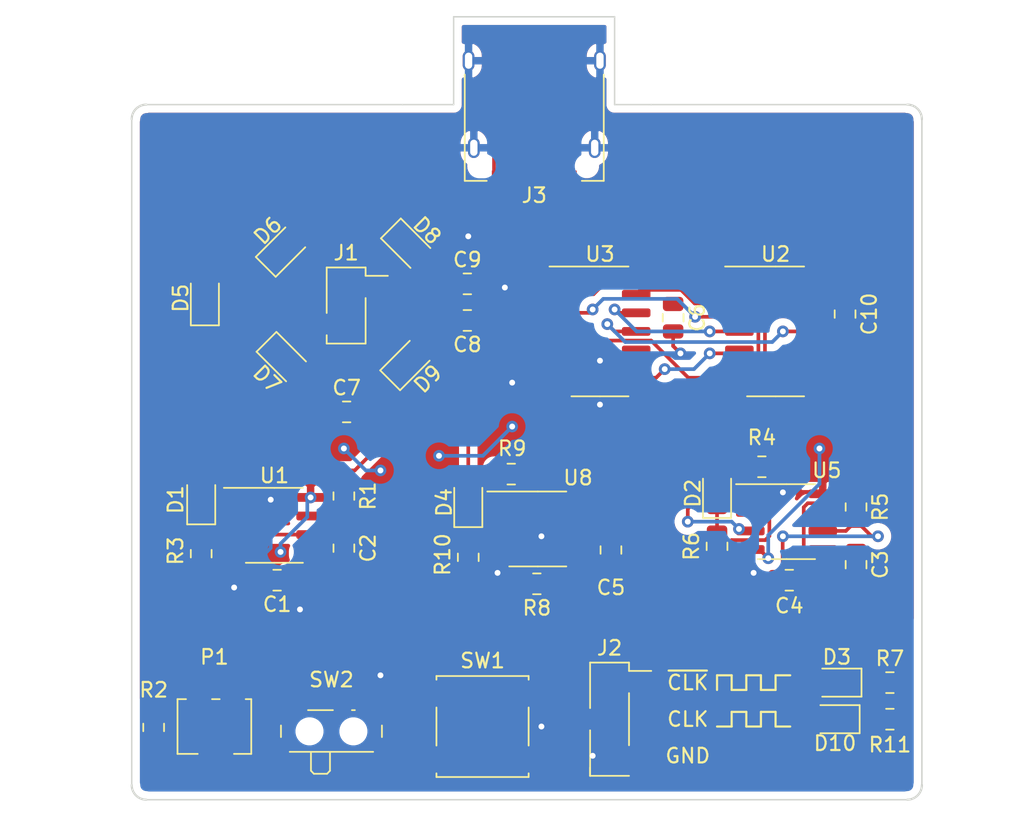
<source format=kicad_pcb>
(kicad_pcb (version 20171130) (host pcbnew "(5.1.5)-3")
  (layers (0 F.Cu signal) (31 B.Cu signal) (34 B.Paste user) (35 F.Paste user) (36 B.SilkS user) (37 F.SilkS user) (38 B.Mask user) (39 F.Mask user) (44 Edge.Cuts user))
  (net 0 "")
  (net 1 GND)
  (net 2 "Net-(C1-Pad1)")
  (net 3 "Net-(C2-Pad1)")
  (net 4 "Net-(C3-Pad1)")
  (net 5 "Net-(C4-Pad1)")
  (net 6 "Net-(C5-Pad1)")
  (net 7 VCC)
  (net 8 "Net-(D1-Pad2)")
  (net 9 "Net-(D1-Pad1)")
  (net 10 "Net-(D2-Pad2)")
  (net 11 "Net-(D2-Pad1)")
  (net 12 CLK)
  (net 13 "Net-(D3-Pad1)")
  (net 14 "Net-(D4-Pad2)")
  (net 15 "Net-(D4-Pad1)")
  (net 16 "Net-(D5-Pad2)")
  (net 17 PowerSupply+)
  (net 18 PowerSupply-)
  (net 19 ~CLK)
  (net 20 "Net-(J3-PadB8)")
  (net 21 "Net-(J3-PadB7)")
  (net 22 "Net-(J3-PadB6)")
  (net 23 "Net-(J3-PadB5)")
  (net 24 "Net-(J3-PadA8)")
  (net 25 "Net-(J3-PadA7)")
  (net 26 "Net-(J3-PadA6)")
  (net 27 "Net-(J3-PadA5)")
  (net 28 "Net-(P1-Pad3)")
  (net 29 "Net-(P1-Pad2)")
  (net 30 "Net-(R1-Pad2)")
  (net 31 "Net-(R4-Pad2)")
  (net 32 "Net-(R8-Pad2)")
  (net 33 "Net-(U2-Pad11)")
  (net 34 "Net-(U2-Pad8)")
  (net 35 "Net-(U2-Pad6)")
  (net 36 "Net-(U2-Pad5)")
  (net 37 "Net-(U2-Pad4)")
  (net 38 "Net-(U2-Pad3)")
  (net 39 "Net-(U2-Pad2)")
  (net 40 "Net-(U3-Pad8)")
  (net 41 "Net-(U8-Pad7)")
  (net 42 "Net-(D10-Pad1)")
  (module Resistor_SMD:R_0805_2012Metric (layer F.Cu) (at 165.8125 117.5)
    (fp_text reference R11 (at 0 1.75) (layer F.SilkS))
    (fp_text value 220)
    (pad 2 smd roundrect (at 0.9375 0) (size 0.975 1.4) (layers F.Cu F.Paste F.Mask) (net 1 GND))
    (pad 1 smd roundrect (at -0.9375 0) (size 0.975 1.4) (layers F.Cu F.Paste F.Mask) (net 42 "Net-(D10-Pad1)"))
  )
  (module LED_SMD:LED_0805_2012Metric (layer F.Cu) (at 162.0625 117.5 180)
    (fp_text reference D10 (at 0 -1.65) (layer F.SilkS))
    (fp_text value LED)
    (pad 2 smd roundrect (at 0.9375 0 180) (size 0.975 1.4) (layers F.Cu F.Paste F.Mask) (net 19 ~CLK))
    (pad 1 smd roundrect (at -0.9375 0 180) (size 0.975 1.4) (layers F.Cu F.Paste F.Mask) (net 42 "Net-(D10-Pad1)"))
  )
  (module Package_SO:SOIC-8_3.9x4.9mm_P1.27mm (layer F.Cu) (at 141.75 104.5)
    (fp_text reference U8 (at 2.75 -3.5) (layer F.SilkS))
    (fp_text value ICM7555)
    (pad 1 smd roundrect (at -2.475 -1.905) (size 1.95 0.6) (layers F.Cu F.Paste F.Mask) (net 1 GND))
    (pad 2 smd roundrect (at -2.475 -0.635) (size 1.95 0.6) (layers F.Cu F.Paste F.Mask) (net 32 "Net-(R8-Pad2)"))
    (pad 3 smd roundrect (at -2.475 0.635) (size 1.95 0.6) (layers F.Cu F.Paste F.Mask) (net 14 "Net-(D4-Pad2)"))
    (pad 4 smd roundrect (at -2.475 1.905) (size 1.95 0.6) (layers F.Cu F.Paste F.Mask) (net 1 GND))
    (pad 5 smd roundrect (at 2.475 1.905) (size 1.95 0.6) (layers F.Cu F.Paste F.Mask) (net 6 "Net-(C5-Pad1)"))
    (pad 6 smd roundrect (at 2.475 0.635) (size 1.95 0.6) (layers F.Cu F.Paste F.Mask) (net 1 GND))
    (pad 7 smd roundrect (at 2.475 -0.635) (size 1.95 0.6) (layers F.Cu F.Paste F.Mask) (net 41 "Net-(U8-Pad7)"))
    (pad 8 smd roundrect (at 2.475 -1.905) (size 1.95 0.6) (layers F.Cu F.Paste F.Mask) (net 7 VCC))
  )
  (module Package_SO:SOIC-8_3.9x4.9mm_P1.27mm (layer F.Cu) (at 158.75 104)
    (fp_text reference U5 (at 2.75 -3.5) (layer F.SilkS))
    (fp_text value ICM7555)
    (pad 1 smd roundrect (at -2.475 -1.905) (size 1.95 0.6) (layers F.Cu F.Paste F.Mask) (net 1 GND))
    (pad 2 smd roundrect (at -2.475 -0.635) (size 1.95 0.6) (layers F.Cu F.Paste F.Mask) (net 31 "Net-(R4-Pad2)"))
    (pad 3 smd roundrect (at -2.475 0.635) (size 1.95 0.6) (layers F.Cu F.Paste F.Mask) (net 10 "Net-(D2-Pad2)"))
    (pad 4 smd roundrect (at -2.475 1.905) (size 1.95 0.6) (layers F.Cu F.Paste F.Mask) (net 7 VCC))
    (pad 5 smd roundrect (at 2.475 1.905) (size 1.95 0.6) (layers F.Cu F.Paste F.Mask) (net 4 "Net-(C3-Pad1)"))
    (pad 6 smd roundrect (at 2.475 0.635) (size 1.95 0.6) (layers F.Cu F.Paste F.Mask) (net 5 "Net-(C4-Pad1)"))
    (pad 7 smd roundrect (at 2.475 -0.635) (size 1.95 0.6) (layers F.Cu F.Paste F.Mask) (net 5 "Net-(C4-Pad1)"))
    (pad 8 smd roundrect (at 2.475 -1.905) (size 1.95 0.6) (layers F.Cu F.Paste F.Mask) (net 7 VCC))
  )
  (module Package_SO:SOIC-8_3.9x4.9mm_P1.27mm (layer F.Cu) (at 123.75 104.25)
    (fp_text reference U1 (at 0 -3.4) (layer F.SilkS))
    (fp_text value ICM7555)
    (pad 8 smd roundrect (at 2.475 -1.905) (size 1.95 0.6) (layers F.Cu F.Paste F.Mask) (net 7 VCC))
    (pad 7 smd roundrect (at 2.475 -0.635) (size 1.95 0.6) (layers F.Cu F.Paste F.Mask) (net 30 "Net-(R1-Pad2)"))
    (pad 6 smd roundrect (at 2.475 0.635) (size 1.95 0.6) (layers F.Cu F.Paste F.Mask) (net 3 "Net-(C2-Pad1)"))
    (pad 5 smd roundrect (at 2.475 1.905) (size 1.95 0.6) (layers F.Cu F.Paste F.Mask) (net 2 "Net-(C1-Pad1)"))
    (pad 4 smd roundrect (at -2.475 1.905) (size 1.95 0.6) (layers F.Cu F.Paste F.Mask) (net 7 VCC))
    (pad 3 smd roundrect (at -2.475 0.635) (size 1.95 0.6) (layers F.Cu F.Paste F.Mask) (net 8 "Net-(D1-Pad2)"))
    (pad 2 smd roundrect (at -2.475 -0.635) (size 1.95 0.6) (layers F.Cu F.Paste F.Mask) (net 3 "Net-(C2-Pad1)"))
    (pad 1 smd roundrect (at -2.475 -1.905) (size 1.95 0.6) (layers F.Cu F.Paste F.Mask) (net 1 GND))
  )
  (module Package_SO:SOIC-14_3.9x8.7mm_P1.27mm (layer F.Cu) (at 146 91)
    (fp_text reference U3 (at 0 -5.28) (layer F.SilkS))
    (fp_text value 74LS08-Full)
    (pad 14 smd roundrect (at 2.475 -3.81) (size 1.95 0.6) (layers F.Cu F.Paste F.Mask) (net 7 VCC))
    (pad 13 smd roundrect (at 2.475 -2.54) (size 1.95 0.6) (layers F.Cu F.Paste F.Mask) (net 35 "Net-(U2-Pad6)"))
    (pad 12 smd roundrect (at 2.475 -1.27) (size 1.95 0.6) (layers F.Cu F.Paste F.Mask) (net 37 "Net-(U2-Pad4)"))
    (pad 11 smd roundrect (at 2.475 0) (size 1.95 0.6) (layers F.Cu F.Paste F.Mask) (net 33 "Net-(U2-Pad11)"))
    (pad 10 smd roundrect (at 2.475 1.27) (size 1.95 0.6) (layers F.Cu F.Paste F.Mask) (net 1 GND))
    (pad 9 smd roundrect (at 2.475 2.54) (size 1.95 0.6) (layers F.Cu F.Paste F.Mask) (net 1 GND))
    (pad 8 smd roundrect (at 2.475 3.81) (size 1.95 0.6) (layers F.Cu F.Paste F.Mask) (net 40 "Net-(U3-Pad8)"))
    (pad 7 smd roundrect (at -2.475 3.81) (size 1.95 0.6) (layers F.Cu F.Paste F.Mask) (net 1 GND))
    (pad 6 smd roundrect (at -2.475 2.54) (size 1.95 0.6) (layers F.Cu F.Paste F.Mask) (net 36 "Net-(U2-Pad5)"))
    (pad 5 smd roundrect (at -2.475 1.27) (size 1.95 0.6) (layers F.Cu F.Paste F.Mask) (net 10 "Net-(D2-Pad2)"))
    (pad 4 smd roundrect (at -2.475 0) (size 1.95 0.6) (layers F.Cu F.Paste F.Mask) (net 39 "Net-(U2-Pad2)"))
    (pad 3 smd roundrect (at -2.475 -1.27) (size 1.95 0.6) (layers F.Cu F.Paste F.Mask) (net 38 "Net-(U2-Pad3)"))
    (pad 2 smd roundrect (at -2.475 -2.54) (size 1.95 0.6) (layers F.Cu F.Paste F.Mask) (net 14 "Net-(D4-Pad2)"))
    (pad 1 smd roundrect (at -2.475 -3.81) (size 1.95 0.6) (layers F.Cu F.Paste F.Mask) (net 8 "Net-(D1-Pad2)"))
  )
  (module Package_SO:SOIC-14_3.9x8.7mm_P1.27mm (layer F.Cu) (at 158 91)
    (fp_text reference U2 (at 0 -5.28) (layer F.SilkS))
    (fp_text value 74LS04-Full)
    (pad 14 smd roundrect (at 2.475 -3.81) (size 1.95 0.6) (layers F.Cu F.Paste F.Mask) (net 7 VCC))
    (pad 13 smd roundrect (at 2.475 -2.54) (size 1.95 0.6) (layers F.Cu F.Paste F.Mask) (net 12 CLK))
    (pad 12 smd roundrect (at 2.475 -1.27) (size 1.95 0.6) (layers F.Cu F.Paste F.Mask) (net 19 ~CLK))
    (pad 11 smd roundrect (at 2.475 0) (size 1.95 0.6) (layers F.Cu F.Paste F.Mask) (net 33 "Net-(U2-Pad11)"))
    (pad 10 smd roundrect (at 2.475 1.27) (size 1.95 0.6) (layers F.Cu F.Paste F.Mask) (net 12 CLK))
    (pad 9 smd roundrect (at 2.475 2.54) (size 1.95 0.6) (layers F.Cu F.Paste F.Mask) (net 1 GND))
    (pad 8 smd roundrect (at 2.475 3.81) (size 1.95 0.6) (layers F.Cu F.Paste F.Mask) (net 34 "Net-(U2-Pad8)"))
    (pad 7 smd roundrect (at -2.475 3.81) (size 1.95 0.6) (layers F.Cu F.Paste F.Mask) (net 1 GND))
    (pad 6 smd roundrect (at -2.475 2.54) (size 1.95 0.6) (layers F.Cu F.Paste F.Mask) (net 35 "Net-(U2-Pad6)"))
    (pad 5 smd roundrect (at -2.475 1.27) (size 1.95 0.6) (layers F.Cu F.Paste F.Mask) (net 36 "Net-(U2-Pad5)"))
    (pad 4 smd roundrect (at -2.475 0) (size 1.95 0.6) (layers F.Cu F.Paste F.Mask) (net 37 "Net-(U2-Pad4)"))
    (pad 3 smd roundrect (at -2.475 -1.27) (size 1.95 0.6) (layers F.Cu F.Paste F.Mask) (net 38 "Net-(U2-Pad3)"))
    (pad 2 smd roundrect (at -2.475 -2.54) (size 1.95 0.6) (layers F.Cu F.Paste F.Mask) (net 39 "Net-(U2-Pad2)"))
    (pad 1 smd roundrect (at -2.475 -3.81) (size 1.95 0.6) (layers F.Cu F.Paste F.Mask) (net 14 "Net-(D4-Pad2)"))
  )
  (module Button_Switch_SMD:SW_SPDT_PCM12 (layer F.Cu) (at 127.65 118)
    (fp_text reference SW2 (at 0 -3.2) (layer F.SilkS))
    (fp_text value SW_SPDT)
    (pad "" np_thru_hole circle (at -1.5 0.33) (size 0.9 0.9) (drill 0.9) (layers *.Cu *.Mask))
    (pad "" np_thru_hole circle (at 1.5 0.33) (size 0.9 0.9) (drill 0.9) (layers *.Cu *.Mask))
    (pad 1 smd rect (at -2.25 -1.43) (size 0.7 1.5) (layers F.Cu F.Paste F.Mask) (net 32 "Net-(R8-Pad2)"))
    (pad 2 smd rect (at 0.75 -1.43) (size 0.7 1.5) (layers F.Cu F.Paste F.Mask) (net 1 GND))
    (pad 3 smd rect (at 2.25 -1.43) (size 0.7 1.5) (layers F.Cu F.Paste F.Mask) (net 1 GND))
    (pad "" smd rect (at -3.65 1.43) (size 1 0.8) (layers F.Cu F.Paste F.Mask))
    (pad "" smd rect (at 3.65 1.43) (size 1 0.8) (layers F.Cu F.Paste F.Mask))
    (pad "" smd rect (at 3.65 -0.78) (size 1 0.8) (layers F.Cu F.Paste F.Mask))
    (pad "" smd rect (at -3.65 -0.78) (size 1 0.8) (layers F.Cu F.Paste F.Mask))
  )
  (module Button_Switch_SMD:SW_SPST_B3S-1000 (layer F.Cu) (at 137.975 118)
    (fp_text reference SW1 (at 0 -4.5) (layer F.SilkS))
    (fp_text value SW_Push)
    (pad 2 smd rect (at 3.975 2.25) (size 1.55 1.3) (layers F.Cu F.Paste F.Mask) (net 31 "Net-(R4-Pad2)"))
    (pad 2 smd rect (at -3.975 2.25) (size 1.55 1.3) (layers F.Cu F.Paste F.Mask) (net 31 "Net-(R4-Pad2)"))
    (pad 1 smd rect (at 3.975 -2.25) (size 1.55 1.3) (layers F.Cu F.Paste F.Mask) (net 1 GND))
    (pad 1 smd rect (at -3.975 -2.25) (size 1.55 1.3) (layers F.Cu F.Paste F.Mask) (net 1 GND))
  )
  (module Resistor_SMD:R_0805_2012Metric (layer F.Cu) (at 137 106.4375 270)
    (fp_text reference R10 (at -0.1875 1.75 90) (layer F.SilkS))
    (fp_text value 220)
    (pad 2 smd roundrect (at 0.9375 0 270) (size 0.975 1.4) (layers F.Cu F.Paste F.Mask) (net 1 GND))
    (pad 1 smd roundrect (at -0.9375 0 270) (size 0.975 1.4) (layers F.Cu F.Paste F.Mask) (net 15 "Net-(D4-Pad1)"))
  )
  (module Resistor_SMD:R_0805_2012Metric (layer F.Cu) (at 139.9375 100.75 180)
    (fp_text reference R9 (at -0.0625 1.75) (layer F.SilkS))
    (fp_text value 1K)
    (pad 2 smd roundrect (at 0.9375 0 180) (size 0.975 1.4) (layers F.Cu F.Paste F.Mask) (net 1 GND))
    (pad 1 smd roundrect (at -0.9375 0 180) (size 0.975 1.4) (layers F.Cu F.Paste F.Mask) (net 7 VCC))
  )
  (module Resistor_SMD:R_0805_2012Metric (layer F.Cu) (at 141.6875 108.25 180)
    (fp_text reference R8 (at 0 -1.65) (layer F.SilkS))
    (fp_text value 1K)
    (pad 2 smd roundrect (at 0.9375 0 180) (size 0.975 1.4) (layers F.Cu F.Paste F.Mask) (net 32 "Net-(R8-Pad2)"))
    (pad 1 smd roundrect (at -0.9375 0 180) (size 0.975 1.4) (layers F.Cu F.Paste F.Mask) (net 7 VCC))
  )
  (module Resistor_SMD:R_0805_2012Metric (layer F.Cu) (at 165.8125 115)
    (fp_text reference R7 (at 0 -1.65) (layer F.SilkS))
    (fp_text value 220)
    (pad 2 smd roundrect (at 0.9375 0) (size 0.975 1.4) (layers F.Cu F.Paste F.Mask) (net 1 GND))
    (pad 1 smd roundrect (at -0.9375 0) (size 0.975 1.4) (layers F.Cu F.Paste F.Mask) (net 13 "Net-(D3-Pad1)"))
  )
  (module Resistor_SMD:R_0805_2012Metric (layer F.Cu) (at 154 105.6875 270)
    (fp_text reference R6 (at 0 1.75 90) (layer F.SilkS))
    (fp_text value 220)
    (pad 2 smd roundrect (at 0.9375 0 270) (size 0.975 1.4) (layers F.Cu F.Paste F.Mask) (net 1 GND))
    (pad 1 smd roundrect (at -0.9375 0 270) (size 0.975 1.4) (layers F.Cu F.Paste F.Mask) (net 11 "Net-(D2-Pad1)"))
  )
  (module Resistor_SMD:R_0805_2012Metric (layer F.Cu) (at 163.5 103 270)
    (fp_text reference R5 (at 0 -1.65 90) (layer F.SilkS))
    (fp_text value 1M)
    (pad 2 smd roundrect (at 0.9375 0 270) (size 0.975 1.4) (layers F.Cu F.Paste F.Mask) (net 5 "Net-(C4-Pad1)"))
    (pad 1 smd roundrect (at -0.9375 0 270) (size 0.975 1.4) (layers F.Cu F.Paste F.Mask) (net 7 VCC))
  )
  (module Resistor_SMD:R_0805_2012Metric (layer F.Cu) (at 157.0625 100.25 180)
    (fp_text reference R4 (at 0 2) (layer F.SilkS))
    (fp_text value 1K)
    (pad 2 smd roundrect (at 0.9375 0 180) (size 0.975 1.4) (layers F.Cu F.Paste F.Mask) (net 31 "Net-(R4-Pad2)"))
    (pad 1 smd roundrect (at -0.9375 0 180) (size 0.975 1.4) (layers F.Cu F.Paste F.Mask) (net 7 VCC))
  )
  (module Resistor_SMD:R_0805_2012Metric (layer F.Cu) (at 118.75 106.1875 270)
    (fp_text reference R3 (at -0.1875 1.75 90) (layer F.SilkS))
    (fp_text value 220)
    (pad 2 smd roundrect (at 0.9375 0 270) (size 0.975 1.4) (layers F.Cu F.Paste F.Mask) (net 1 GND))
    (pad 1 smd roundrect (at -0.9375 0 270) (size 0.975 1.4) (layers F.Cu F.Paste F.Mask) (net 9 "Net-(D1-Pad1)"))
  )
  (module Resistor_SMD:R_0805_2012Metric (layer F.Cu) (at 115.5 118.0625 270)
    (fp_text reference R2 (at -2.5625 0 180) (layer F.SilkS))
    (fp_text value 1K)
    (pad 2 smd roundrect (at 0.9375 0 270) (size 0.975 1.4) (layers F.Cu F.Paste F.Mask) (net 29 "Net-(P1-Pad2)"))
    (pad 1 smd roundrect (at -0.9375 0 270) (size 0.975 1.4) (layers F.Cu F.Paste F.Mask) (net 30 "Net-(R1-Pad2)"))
  )
  (module Resistor_SMD:R_0805_2012Metric (layer F.Cu) (at 128.5 102.25 270)
    (fp_text reference R1 (at 0 -1.65 90) (layer F.SilkS))
    (fp_text value 1K)
    (pad 2 smd roundrect (at 0.9375 0 270) (size 0.975 1.4) (layers F.Cu F.Paste F.Mask) (net 30 "Net-(R1-Pad2)"))
    (pad 1 smd roundrect (at -0.9375 0 270) (size 0.975 1.4) (layers F.Cu F.Paste F.Mask) (net 7 VCC))
  )
  (module Potentiometer_SMD:Potentiometer_Bourns_3224X_Vertical (layer F.Cu) (at 119.75 118)
    (fp_text reference P1 (at -0.1 -4.75) (layer F.SilkS))
    (fp_text value 1M)
    (pad 3 smd rect (at -1.15 -2.55) (size 1.3 1.9) (layers F.Cu F.Paste F.Mask) (net 28 "Net-(P1-Pad3)"))
    (pad 2 smd rect (at 0 2.55) (size 2 1.9) (layers F.Cu F.Paste F.Mask) (net 29 "Net-(P1-Pad2)"))
    (pad 1 smd rect (at 1.15 -2.55) (size 1.3 1.9) (layers F.Cu F.Paste F.Mask) (net 3 "Net-(C2-Pad1)"))
  )
  (module Connector_USB:USB_C_Receptacle_Amphenol_12401610E4-2A (layer F.Cu) (at 141.51 75.34 180)
    (fp_text reference J3 (at 0 -6.36) (layer F.SilkS))
    (fp_text value USB_C_Receptacle_USB2.0)
    (pad S1 thru_hole oval (at -4.13 -3.11 180) (size 0.8 1.4) (drill oval 0.5 1.1) (layers *.Cu *.Mask) (net 1 GND))
    (pad A1 smd rect (at -2.75 -5.02 180) (size 0.3 0.7) (layers F.Cu F.Paste F.Mask) (net 1 GND))
    (pad A2 smd rect (at -2.25 -5.02 180) (size 0.3 0.7) (layers F.Cu F.Paste F.Mask))
    (pad A3 smd rect (at -1.75 -5.02 180) (size 0.3 0.7) (layers F.Cu F.Paste F.Mask))
    (pad A4 smd rect (at -1.25 -5.02 180) (size 0.3 0.7) (layers F.Cu F.Paste F.Mask) (net 16 "Net-(D5-Pad2)"))
    (pad A5 smd rect (at -0.75 -5.02 180) (size 0.3 0.7) (layers F.Cu F.Paste F.Mask) (net 27 "Net-(J3-PadA5)"))
    (pad A6 smd rect (at -0.25 -5.02 180) (size 0.3 0.7) (layers F.Cu F.Paste F.Mask) (net 26 "Net-(J3-PadA6)"))
    (pad A7 smd rect (at 0.25 -5.02 180) (size 0.3 0.7) (layers F.Cu F.Paste F.Mask) (net 25 "Net-(J3-PadA7)"))
    (pad A12 smd rect (at 2.75 -5.02 180) (size 0.3 0.7) (layers F.Cu F.Paste F.Mask) (net 1 GND))
    (pad A10 smd rect (at 1.75 -5.02 180) (size 0.3 0.7) (layers F.Cu F.Paste F.Mask))
    (pad A9 smd rect (at 1.25 -5.02 180) (size 0.3 0.7) (layers F.Cu F.Paste F.Mask) (net 16 "Net-(D5-Pad2)"))
    (pad A8 smd rect (at 0.75 -5.02 180) (size 0.3 0.7) (layers F.Cu F.Paste F.Mask) (net 24 "Net-(J3-PadA8)"))
    (pad A11 smd rect (at 2.25 -5.02 180) (size 0.3 0.7) (layers F.Cu F.Paste F.Mask))
    (pad B1 smd rect (at 2.5 -3.32 180) (size 0.3 0.7) (layers F.Cu F.Paste F.Mask) (net 1 GND))
    (pad S1 thru_hole oval (at 4.13 -3.11 180) (size 0.8 1.4) (drill oval 0.5 1.1) (layers *.Cu *.Mask) (net 1 GND))
    (pad S1 thru_hole oval (at 4.49 2.84 180) (size 0.8 1.4) (drill oval 0.5 1.1) (layers *.Cu *.Mask) (net 1 GND))
    (pad S1 thru_hole oval (at -4.49 2.84 180) (size 0.8 1.4) (drill oval 0.5 1.1) (layers *.Cu *.Mask) (net 1 GND))
    (pad "" np_thru_hole oval (at 3.6 -4.36 180) (size 0.95 0.65) (drill oval 0.95 0.65) (layers *.Cu *.Mask))
    (pad "" np_thru_hole circle (at -3.6 -4.36 180) (size 0.65 0.65) (drill 0.65) (layers *.Cu *.Mask))
    (pad B2 smd rect (at 2 -3.32 180) (size 0.3 0.7) (layers F.Cu F.Paste F.Mask))
    (pad B3 smd rect (at 1.5 -3.32 180) (size 0.3 0.7) (layers F.Cu F.Paste F.Mask))
    (pad B4 smd rect (at 1 -3.32 180) (size 0.3 0.7) (layers F.Cu F.Paste F.Mask) (net 16 "Net-(D5-Pad2)"))
    (pad B5 smd rect (at 0.5 -3.32 180) (size 0.3 0.7) (layers F.Cu F.Paste F.Mask) (net 23 "Net-(J3-PadB5)"))
    (pad B6 smd rect (at 0 -3.32 180) (size 0.3 0.7) (layers F.Cu F.Paste F.Mask) (net 22 "Net-(J3-PadB6)"))
    (pad B7 smd rect (at -0.5 -3.32 180) (size 0.3 0.7) (layers F.Cu F.Paste F.Mask) (net 21 "Net-(J3-PadB7)"))
    (pad B8 smd rect (at -1 -3.32 180) (size 0.3 0.7) (layers F.Cu F.Paste F.Mask) (net 20 "Net-(J3-PadB8)"))
    (pad B9 smd rect (at -1.5 -3.32 180) (size 0.3 0.7) (layers F.Cu F.Paste F.Mask) (net 16 "Net-(D5-Pad2)"))
    (pad B10 smd rect (at -2 -3.32 180) (size 0.3 0.7) (layers F.Cu F.Paste F.Mask))
    (pad B11 smd rect (at -2.5 -3.32 180) (size 0.3 0.7) (layers F.Cu F.Paste F.Mask))
    (pad B12 smd rect (at -3 -3.32 180) (size 0.3 0.7) (layers F.Cu F.Paste F.Mask) (net 1 GND))
  )
  (module Connector_PinHeader_2.54mm:PinHeader_1x03_P2.54mm_Vertical_SMD_Pin1Right (layer F.Cu) (at 146.655 117.5)
    (fp_text reference J2 (at 0 -4.87) (layer F.SilkS))
    (fp_text value Conn_01x03_Male)
    (pad 3 smd rect (at 1.655 2.54) (size 2.51 1) (layers F.Cu F.Paste F.Mask) (net 1 GND))
    (pad 1 smd rect (at 1.655 -2.54) (size 2.51 1) (layers F.Cu F.Paste F.Mask) (net 19 ~CLK))
    (pad 2 smd rect (at -1.655 0) (size 2.51 1) (layers F.Cu F.Paste F.Mask) (net 12 CLK))
  )
  (module Connector_PinHeader_2.54mm:PinHeader_1x02_P2.54mm_Vertical_SMD_Pin1Right (layer F.Cu) (at 128.655 89.23)
    (fp_text reference J1 (at 0 -3.6) (layer F.SilkS))
    (fp_text value Conn_01x02_Male)
    (pad 1 smd rect (at 1.655 -1.27) (size 2.51 1) (layers F.Cu F.Paste F.Mask) (net 18 PowerSupply-))
    (pad 2 smd rect (at -1.655 1.27) (size 2.51 1) (layers F.Cu F.Paste F.Mask) (net 17 PowerSupply+))
  )
  (module Diode_SMD:D_0805_2012Metric_Pad1.15x1.40mm_HandSolder (layer F.Cu) (at 132.974784 93.025216 45)
    (fp_text reference D9 (at 0.035661 1.767767 45) (layer F.SilkS))
    (fp_text value D_Schottky)
    (pad 2 smd roundrect (at 1.025 0 45) (size 1.15 1.4) (layers F.Cu F.Paste F.Mask) (roundrect_rratio 0.217391) (net 1 GND))
    (pad 1 smd roundrect (at -1.025 0 45) (size 1.15 1.4) (layers F.Cu F.Paste F.Mask) (roundrect_rratio 0.217391) (net 18 PowerSupply-))
  )
  (module Diode_SMD:D_0805_2012Metric_Pad1.15x1.40mm_HandSolder (layer F.Cu) (at 133.025216 85.275216 315)
    (fp_text reference D8 (at 0 -1.65 135) (layer F.SilkS))
    (fp_text value D_Schottky)
    (pad 2 smd roundrect (at 1.025 0 315) (size 1.15 1.4) (layers F.Cu F.Paste F.Mask) (roundrect_rratio 0.217391) (net 1 GND))
    (pad 1 smd roundrect (at -1.025 0 315) (size 1.15 1.4) (layers F.Cu F.Paste F.Mask) (roundrect_rratio 0.217391) (net 17 PowerSupply+))
  )
  (module Diode_SMD:D_0805_2012Metric_Pad1.15x1.40mm_HandSolder (layer F.Cu) (at 124.525216 93.025216 315)
    (fp_text reference D7 (at -0.035661 1.767767 135) (layer F.SilkS))
    (fp_text value D_Schottky)
    (pad 2 smd roundrect (at 1.025 0 315) (size 1.15 1.4) (layers F.Cu F.Paste F.Mask) (roundrect_rratio 0.217391) (net 18 PowerSupply-))
    (pad 1 smd roundrect (at -1.025 0 315) (size 1.15 1.4) (layers F.Cu F.Paste F.Mask) (roundrect_rratio 0.217391) (net 7 VCC))
  )
  (module Diode_SMD:D_0805_2012Metric_Pad1.15x1.40mm_HandSolder (layer F.Cu) (at 124.474784 85.275216 45)
    (fp_text reference D6 (at 0 -1.65 45) (layer F.SilkS))
    (fp_text value D_Schottky)
    (pad 2 smd roundrect (at 1.025 0 45) (size 1.15 1.4) (layers F.Cu F.Paste F.Mask) (roundrect_rratio 0.217391) (net 17 PowerSupply+))
    (pad 1 smd roundrect (at -1.025 0 45) (size 1.15 1.4) (layers F.Cu F.Paste F.Mask) (roundrect_rratio 0.217391) (net 7 VCC))
  )
  (module Diode_SMD:D_0805_2012Metric_Pad1.15x1.40mm_HandSolder (layer F.Cu) (at 119 88.725 90)
    (fp_text reference D5 (at 0 -1.65 90) (layer F.SilkS))
    (fp_text value D_Schottky)
    (pad 2 smd roundrect (at 1.025 0 90) (size 1.15 1.4) (layers F.Cu F.Paste F.Mask) (roundrect_rratio 0.217391) (net 16 "Net-(D5-Pad2)"))
    (pad 1 smd roundrect (at -1.025 0 90) (size 1.15 1.4) (layers F.Cu F.Paste F.Mask) (roundrect_rratio 0.217391) (net 7 VCC))
  )
  (module LED_SMD:LED_0805_2012Metric (layer F.Cu) (at 137 102.6875 90)
    (fp_text reference D4 (at 0 -1.65 90) (layer F.SilkS))
    (fp_text value LED)
    (pad 2 smd roundrect (at 0.9375 0 90) (size 0.975 1.4) (layers F.Cu F.Paste F.Mask) (net 14 "Net-(D4-Pad2)"))
    (pad 1 smd roundrect (at -0.9375 0 90) (size 0.975 1.4) (layers F.Cu F.Paste F.Mask) (net 15 "Net-(D4-Pad1)"))
  )
  (module LED_SMD:LED_0805_2012Metric (layer F.Cu) (at 162.1875 115 180)
    (fp_text reference D3 (at 0 1.75) (layer F.SilkS))
    (fp_text value LED)
    (pad 2 smd roundrect (at 0.9375 0 180) (size 0.975 1.4) (layers F.Cu F.Paste F.Mask) (net 12 CLK))
    (pad 1 smd roundrect (at -0.9375 0 180) (size 0.975 1.4) (layers F.Cu F.Paste F.Mask) (net 13 "Net-(D3-Pad1)"))
  )
  (module LED_SMD:LED_0805_2012Metric (layer F.Cu) (at 154 102.0625 90)
    (fp_text reference D2 (at 0 -1.65 90) (layer F.SilkS))
    (fp_text value LED)
    (pad 2 smd roundrect (at 0.9375 0 90) (size 0.975 1.4) (layers F.Cu F.Paste F.Mask) (net 10 "Net-(D2-Pad2)"))
    (pad 1 smd roundrect (at -0.9375 0 90) (size 0.975 1.4) (layers F.Cu F.Paste F.Mask) (net 11 "Net-(D2-Pad1)"))
  )
  (module LED_SMD:LED_0805_2012Metric (layer F.Cu) (at 118.75 102.5 90)
    (fp_text reference D1 (at 0 -1.75 90) (layer F.SilkS))
    (fp_text value LED)
    (pad 2 smd roundrect (at 0.9375 0 90) (size 0.975 1.4) (layers F.Cu F.Paste F.Mask) (net 8 "Net-(D1-Pad2)"))
    (pad 1 smd roundrect (at -0.9375 0 90) (size 0.975 1.4) (layers F.Cu F.Paste F.Mask) (net 9 "Net-(D1-Pad1)"))
  )
  (module Capacitor_SMD:C_0805_2012Metric (layer F.Cu) (at 162.75 89.8125 270)
    (fp_text reference C10 (at 0 -1.65 90) (layer F.SilkS))
    (fp_text value 0.1uF)
    (pad 2 smd roundrect (at 0.9375 0 270) (size 0.975 1.4) (layers F.Cu F.Paste F.Mask) (net 1 GND))
    (pad 1 smd roundrect (at -0.9375 0 270) (size 0.975 1.4) (layers F.Cu F.Paste F.Mask) (net 7 VCC))
  )
  (module Capacitor_SMD:C_0805_2012Metric (layer F.Cu) (at 136.9375 87.75)
    (fp_text reference C9 (at 0 -1.65) (layer F.SilkS))
    (fp_text value 0.1uF)
    (pad 2 smd roundrect (at 0.9375 0) (size 0.975 1.4) (layers F.Cu F.Paste F.Mask) (net 1 GND))
    (pad 1 smd roundrect (at -0.9375 0) (size 0.975 1.4) (layers F.Cu F.Paste F.Mask) (net 7 VCC))
  )
  (module Capacitor_SMD:C_0805_2012Metric (layer F.Cu) (at 136.9375 90.25 180)
    (fp_text reference C8 (at 0 -1.65) (layer F.SilkS))
    (fp_text value 0.1uF)
    (pad 2 smd roundrect (at 0.9375 0 180) (size 0.975 1.4) (layers F.Cu F.Paste F.Mask) (net 7 VCC))
    (pad 1 smd roundrect (at -0.9375 0 180) (size 0.975 1.4) (layers F.Cu F.Paste F.Mask) (net 1 GND))
  )
  (module Capacitor_SMD:C_0805_2012Metric (layer F.Cu) (at 128.6875 96.5)
    (fp_text reference C7 (at 0 -1.65) (layer F.SilkS))
    (fp_text value 1uF)
    (pad 2 smd roundrect (at 0.9375 0) (size 0.975 1.4) (layers F.Cu F.Paste F.Mask) (net 1 GND))
    (pad 1 smd roundrect (at -0.9375 0) (size 0.975 1.4) (layers F.Cu F.Paste F.Mask) (net 7 VCC))
  )
  (module Capacitor_SMD:C_0805_2012Metric (layer F.Cu) (at 151 90.0625 270)
    (fp_text reference C6 (at 0 -1.65 90) (layer F.SilkS))
    (fp_text value 0.1uF)
    (pad 2 smd roundrect (at 0.9375 0 270) (size 0.975 1.4) (layers F.Cu F.Paste F.Mask) (net 1 GND))
    (pad 1 smd roundrect (at -0.9375 0 270) (size 0.975 1.4) (layers F.Cu F.Paste F.Mask) (net 7 VCC))
  )
  (module Capacitor_SMD:C_0805_2012Metric (layer F.Cu) (at 146.75 105.9375 90)
    (fp_text reference C5 (at -2.5625 0 180) (layer F.SilkS))
    (fp_text value 0.01uF)
    (pad 2 smd roundrect (at 0.9375 0 90) (size 0.975 1.4) (layers F.Cu F.Paste F.Mask) (net 1 GND))
    (pad 1 smd roundrect (at -0.9375 0 90) (size 0.975 1.4) (layers F.Cu F.Paste F.Mask) (net 6 "Net-(C5-Pad1)"))
  )
  (module Capacitor_SMD:C_0805_2012Metric (layer F.Cu) (at 158.9375 108)
    (fp_text reference C4 (at 0 1.75) (layer F.SilkS))
    (fp_text value 0.1uF)
    (pad 2 smd roundrect (at 0.9375 0) (size 0.975 1.4) (layers F.Cu F.Paste F.Mask) (net 1 GND))
    (pad 1 smd roundrect (at -0.9375 0) (size 0.975 1.4) (layers F.Cu F.Paste F.Mask) (net 5 "Net-(C4-Pad1)"))
  )
  (module Capacitor_SMD:C_0805_2012Metric (layer F.Cu) (at 163.5 106.9375 270)
    (fp_text reference C3 (at 0 -1.65 90) (layer F.SilkS))
    (fp_text value 0.01uF)
    (pad 2 smd roundrect (at 0.9375 0 270) (size 0.975 1.4) (layers F.Cu F.Paste F.Mask) (net 1 GND))
    (pad 1 smd roundrect (at -0.9375 0 270) (size 0.975 1.4) (layers F.Cu F.Paste F.Mask) (net 4 "Net-(C3-Pad1)"))
  )
  (module Capacitor_SMD:C_0805_2012Metric (layer F.Cu) (at 128.5 105.8125 270)
    (fp_text reference C2 (at 0 -1.65 90) (layer F.SilkS))
    (fp_text value 1uF)
    (pad 2 smd roundrect (at 0.9375 0 270) (size 0.975 1.4) (layers F.Cu F.Paste F.Mask) (net 1 GND))
    (pad 1 smd roundrect (at -0.9375 0 270) (size 0.975 1.4) (layers F.Cu F.Paste F.Mask) (net 3 "Net-(C2-Pad1)"))
  )
  (module Capacitor_SMD:C_0805_2012Metric (layer F.Cu) (at 123.9375 108 180)
    (fp_text reference C1 (at 0 -1.65) (layer F.SilkS))
    (fp_text value 0.01uF)
    (pad 2 smd roundrect (at 0.9375 0 180) (size 0.975 1.4) (layers F.Cu F.Paste F.Mask) (net 1 GND))
    (pad 1 smd roundrect (at -0.9375 0 180) (size 0.975 1.4) (layers F.Cu F.Paste F.Mask) (net 2 "Net-(C1-Pad1)"))
  )
  (gr_line (start 136 75.5) (end 132.5 75.5) (layer Edge.Cuts) (width 0.1))
  (gr_line (start 136 69.5) (end 136 75.5) (layer Edge.Cuts) (width 0.1))
  (gr_line (start 147 69.5) (end 136 69.5) (layer Edge.Cuts) (width 0.1))
  (gr_line (start 147 75.5) (end 147 69.5) (layer Edge.Cuts) (width 0.1))
  (gr_line (start 149.5 75.5) (end 147 75.5) (layer Edge.Cuts) (width 0.1))
  (gr_line (start 149.5 75.5) (end 167 75.5) (layer Edge.Cuts) (width 0.1))
  (gr_line (start 158 114.5) (end 159 114.5) (layer F.SilkS) (width 0.15))
  (gr_line (start 158 115.5) (end 158 114.5) (layer F.SilkS) (width 0.15))
  (gr_line (start 157 115.5) (end 158 115.5) (layer F.SilkS) (width 0.15))
  (gr_line (start 157 114.5) (end 157 115.5) (layer F.SilkS) (width 0.15))
  (gr_line (start 156 114.5) (end 157 114.5) (layer F.SilkS) (width 0.15))
  (gr_line (start 156 115.5) (end 156 114.5) (layer F.SilkS) (width 0.15))
  (gr_line (start 155 115.5) (end 156 115.5) (layer F.SilkS) (width 0.15))
  (gr_line (start 155 114.5) (end 155 115.5) (layer F.SilkS) (width 0.15))
  (gr_line (start 154 114.5) (end 155 114.5) (layer F.SilkS) (width 0.15))
  (gr_line (start 154 115.5) (end 154 114.5) (layer F.SilkS) (width 0.15))
  (gr_line (start 158 118) (end 159 118) (layer F.SilkS) (width 0.15))
  (gr_line (start 158 117) (end 158 118) (layer F.SilkS) (width 0.15))
  (gr_line (start 157 117) (end 158 117) (layer F.SilkS) (width 0.15))
  (gr_line (start 157 118) (end 157 117) (layer F.SilkS) (width 0.15))
  (gr_line (start 156 118) (end 157 118) (layer F.SilkS) (width 0.15))
  (gr_line (start 156 117) (end 156 118) (layer F.SilkS) (width 0.15))
  (gr_line (start 155 117) (end 156 117) (layer F.SilkS) (width 0.15))
  (gr_line (start 155 118) (end 155 117) (layer F.SilkS) (width 0.15))
  (gr_line (start 154 118) (end 155 118) (layer F.SilkS) (width 0.15))
  (gr_text GND (at 152 120) (layer F.SilkS) (effects (font (size 1 1))))
  (gr_text CLK (at 152 117.5) (layer F.SilkS) (effects (font (size 1 1))))
  (gr_text ~CLK (at 152 115) (layer F.SilkS) (effects (font (size 1 1))))
  (gr_line (start 115 75.5) (end 132.5 75.5) (layer Edge.Cuts) (width 0.1))
  (gr_line (start 114 122) (end 114 76.5) (layer Edge.Cuts) (width 0.1))
  (gr_line (start 167 123) (end 115 123) (layer Edge.Cuts) (width 0.1))
  (gr_line (start 168 76.5) (end 168 122) (layer Edge.Cuts) (width 0.1))
  (gr_arc (start 115 76.5) (end 115 75.5) (angle -90) (layer Edge.Cuts) (width 0.15))
  (gr_arc (start 167 76.5) (end 168 76.5) (angle -90) (layer Edge.Cuts) (width 0.15))
  (gr_arc (start 167 122) (end 167 123) (angle -90) (layer Edge.Cuts) (width 0.15))
  (gr_arc (start 115 122) (end 114 122) (angle -90) (layer Edge.Cuts) (width 0.15))
  (segment (start 138.8 78.45) (end 139.01 78.66) (width 0.25) (layer F.Cu) (net 1))
  (segment (start 137.38 78.45) (end 138.8 78.45) (width 0.25) (layer F.Cu) (net 1))
  (segment (start 138.76 78.91) (end 138.76 80.36) (width 0.25) (layer F.Cu) (net 1))
  (segment (start 139.01 78.66) (end 138.76 78.91) (width 0.25) (layer F.Cu) (net 1))
  (segment (start 136.125 86) (end 137.875 87.75) (width 0.25) (layer F.Cu) (net 1))
  (segment (start 133.75 86) (end 136.125 86) (width 0.25) (layer F.Cu) (net 1))
  (segment (start 137.875 88.45) (end 137.875 90.25) (width 0.25) (layer F.Cu) (net 1))
  (segment (start 137.875 87.75) (end 137.875 88.45) (width 0.25) (layer F.Cu) (net 1))
  (segment (start 135.824568 92.300432) (end 137.875 90.25) (width 0.25) (layer F.Cu) (net 1))
  (segment (start 133.699568 92.300432) (end 135.824568 92.300432) (width 0.25) (layer F.Cu) (net 1))
  (segment (start 130.1125 96.5) (end 129.625 96.5) (width 0.25) (layer F.Cu) (net 1))
  (segment (start 130.949584 96.5) (end 130.1125 96.5) (width 0.25) (layer F.Cu) (net 1))
  (segment (start 133.699568 93.750016) (end 130.949584 96.5) (width 0.25) (layer F.Cu) (net 1))
  (segment (start 133.699568 92.300432) (end 133.699568 93.750016) (width 0.25) (layer F.Cu) (net 1))
  (segment (start 122.125 107.125) (end 123 108) (width 0.25) (layer F.Cu) (net 1))
  (segment (start 118.75 107.125) (end 122.125 107.125) (width 0.25) (layer F.Cu) (net 1))
  (segment (start 128.014473 107.235527) (end 128.5 106.75) (width 0.25) (layer F.Cu) (net 1))
  (segment (start 126.22499 109.02501) (end 128.014473 107.235527) (width 0.25) (layer F.Cu) (net 1))
  (segment (start 124.02501 109.02501) (end 126.22499 109.02501) (width 0.25) (layer F.Cu) (net 1))
  (segment (start 123 108) (end 124.02501 109.02501) (width 0.25) (layer F.Cu) (net 1))
  (via (at 123.5 102.5) (size 0.8) (drill 0.4) (layers F.Cu B.Cu) (net 1))
  (segment (start 121.275 102.345) (end 123.345 102.345) (width 0.25) (layer F.Cu) (net 1))
  (segment (start 123.345 102.345) (end 123.5 102.5) (width 0.25) (layer F.Cu) (net 1))
  (via (at 121 108.5) (size 0.8) (drill 0.4) (layers F.Cu B.Cu) (net 1))
  (segment (start 123.5 102.5) (end 123.5 105.796299) (width 0.25) (layer B.Cu) (net 1))
  (segment (start 123.5 105.796299) (end 121.861826 107.434473) (width 0.25) (layer B.Cu) (net 1))
  (segment (start 121.5 108) (end 121 108.5) (width 0.25) (layer F.Cu) (net 1))
  (segment (start 123 108) (end 121.5 108) (width 0.25) (layer F.Cu) (net 1))
  (segment (start 128.4 116.57) (end 129.9 116.57) (width 0.25) (layer F.Cu) (net 1))
  (segment (start 132.975 115.75) (end 134 115.75) (width 0.25) (layer F.Cu) (net 1))
  (segment (start 130.5 116.57) (end 131.32 115.75) (width 0.25) (layer F.Cu) (net 1))
  (segment (start 131.32 115.75) (end 132.975 115.75) (width 0.25) (layer F.Cu) (net 1))
  (segment (start 129.9 116.57) (end 130.5 116.57) (width 0.25) (layer F.Cu) (net 1))
  (via (at 125.5 110) (size 0.8) (drill 0.4) (layers F.Cu B.Cu) (net 1))
  (segment (start 126.22499 109.02501) (end 126.22499 109.27501) (width 0.25) (layer F.Cu) (net 1))
  (segment (start 126.22499 109.27501) (end 125.5 110) (width 0.25) (layer F.Cu) (net 1))
  (segment (start 125.5 110) (end 130 114.5) (width 0.25) (layer B.Cu) (net 1))
  (via (at 131 114.5) (size 0.8) (drill 0.4) (layers F.Cu B.Cu) (net 1))
  (segment (start 130 114.5) (end 130 116.47) (width 0.25) (layer B.Cu) (net 1))
  (segment (start 130 116.47) (end 129.9 116.57) (width 0.25) (layer B.Cu) (net 1))
  (segment (start 132.25 115.75) (end 131 114.5) (width 0.25) (layer F.Cu) (net 1))
  (segment (start 134 115.75) (end 132.25 115.75) (width 0.25) (layer F.Cu) (net 1))
  (segment (start 134 115.75) (end 141.95 115.75) (width 0.25) (layer F.Cu) (net 1))
  (via (at 137 84.5) (size 0.8) (drill 0.4) (layers F.Cu B.Cu) (net 1))
  (segment (start 136.125 86) (end 136.125 85.375) (width 0.25) (layer F.Cu) (net 1))
  (segment (start 136.125 85.375) (end 137 84.5) (width 0.25) (layer F.Cu) (net 1))
  (segment (start 139 102.32) (end 139.275 102.595) (width 0.25) (layer F.Cu) (net 1))
  (segment (start 139 100.75) (end 139 102.32) (width 0.25) (layer F.Cu) (net 1))
  (segment (start 138.975 106.705) (end 139.275 106.405) (width 0.25) (layer F.Cu) (net 1))
  (segment (start 138.790527 106.889473) (end 138.975 106.705) (width 0.25) (layer F.Cu) (net 1))
  (segment (start 137.485527 106.889473) (end 138.790527 106.889473) (width 0.25) (layer F.Cu) (net 1))
  (segment (start 137 107.375) (end 137.485527 106.889473) (width 0.25) (layer F.Cu) (net 1))
  (segment (start 144.36 105) (end 144.225 105.135) (width 0.25) (layer F.Cu) (net 1))
  (segment (start 146.75 105) (end 144.36 105) (width 0.25) (layer F.Cu) (net 1))
  (via (at 142 105) (size 0.8) (drill 0.4) (layers F.Cu B.Cu) (net 1))
  (segment (start 142 104.345) (end 142 105) (width 0.25) (layer F.Cu) (net 1))
  (segment (start 139.275 102.595) (end 140.25 102.595) (width 0.25) (layer F.Cu) (net 1))
  (segment (start 140.25 102.595) (end 142 104.345) (width 0.25) (layer F.Cu) (net 1))
  (segment (start 144.09 105) (end 144.225 105.135) (width 0.25) (layer F.Cu) (net 1))
  (segment (start 142 105) (end 144.09 105) (width 0.25) (layer F.Cu) (net 1))
  (via (at 139 107.5) (size 0.8) (drill 0.4) (layers F.Cu B.Cu) (net 1))
  (segment (start 139.275 106.405) (end 139.275 107.225) (width 0.25) (layer F.Cu) (net 1))
  (segment (start 139.275 107.225) (end 139 107.5) (width 0.25) (layer F.Cu) (net 1))
  (via (at 142 118) (size 0.8) (drill 0.4) (layers F.Cu B.Cu) (net 1))
  (segment (start 141.95 115.75) (end 141.95 117.95) (width 0.25) (layer F.Cu) (net 1))
  (segment (start 141.95 117.95) (end 142 118) (width 0.25) (layer F.Cu) (net 1))
  (via (at 145.5 120) (size 0.8) (drill 0.4) (layers F.Cu B.Cu) (net 1))
  (segment (start 148.31 120.04) (end 145.54 120.04) (width 0.25) (layer F.Cu) (net 1))
  (segment (start 145.54 120.04) (end 145.5 120) (width 0.25) (layer F.Cu) (net 1))
  (segment (start 166.75 117.5) (end 166.75 115) (width 0.25) (layer F.Cu) (net 1))
  (segment (start 166.75 111.125) (end 163.5 107.875) (width 0.25) (layer F.Cu) (net 1))
  (segment (start 166.75 115) (end 166.75 111.125) (width 0.25) (layer F.Cu) (net 1))
  (segment (start 156.40001 109.02501) (end 158.84999 109.02501) (width 0.25) (layer F.Cu) (net 1))
  (segment (start 159.389473 108.485527) (end 159.875 108) (width 0.25) (layer F.Cu) (net 1))
  (segment (start 158.84999 109.02501) (end 159.389473 108.485527) (width 0.25) (layer F.Cu) (net 1))
  (segment (start 154 106.625) (end 156.40001 109.02501) (width 0.25) (layer F.Cu) (net 1))
  (via (at 139.5 88) (size 0.8) (drill 0.4) (layers F.Cu B.Cu) (net 1))
  (segment (start 137.875 90.25) (end 139.5 88.625) (width 0.25) (layer F.Cu) (net 1))
  (segment (start 139.5 88.625) (end 139.5 88) (width 0.25) (layer F.Cu) (net 1))
  (segment (start 139.5 88) (end 139.5 94) (width 0.25) (layer B.Cu) (net 1))
  (via (at 140 94.5) (size 0.8) (drill 0.4) (layers F.Cu B.Cu) (net 1))
  (segment (start 139.5 94) (end 140 94.5) (width 0.25) (layer B.Cu) (net 1))
  (segment (start 148.475 92.27) (end 148.475 93.54) (width 0.25) (layer F.Cu) (net 1))
  (segment (start 157.93 95.11) (end 159.5 93.54) (width 0.25) (layer F.Cu) (net 1))
  (segment (start 155.825 95.11) (end 157.93 95.11) (width 0.25) (layer F.Cu) (net 1))
  (segment (start 155.525 94.81) (end 155.825 95.11) (width 0.25) (layer F.Cu) (net 1))
  (segment (start 159.5 93.54) (end 160.475 93.54) (width 0.25) (layer F.Cu) (net 1))
  (segment (start 159.17499 93.21499) (end 159.5 93.54) (width 0.25) (layer F.Cu) (net 1))
  (segment (start 159.17499 91.923242) (end 159.17499 93.21499) (width 0.25) (layer F.Cu) (net 1))
  (segment (start 159.453242 91.64499) (end 159.17499 91.923242) (width 0.25) (layer F.Cu) (net 1))
  (segment (start 161.85501 91.64499) (end 159.453242 91.64499) (width 0.25) (layer F.Cu) (net 1))
  (segment (start 162.75 90.75) (end 161.85501 91.64499) (width 0.25) (layer F.Cu) (net 1))
  (segment (start 156.575 101.795) (end 156.275 102.095) (width 0.25) (layer F.Cu) (net 1))
  (segment (start 156.93751 101.43249) (end 156.575 101.795) (width 0.25) (layer F.Cu) (net 1))
  (segment (start 156.93751 96.22251) (end 156.93751 101.43249) (width 0.25) (layer F.Cu) (net 1))
  (segment (start 155.525 94.81) (end 156.93751 96.22251) (width 0.25) (layer F.Cu) (net 1))
  (via (at 156.5 107.5) (size 0.8) (drill 0.4) (layers F.Cu B.Cu) (net 1))
  (segment (start 154 106.625) (end 155.625 106.625) (width 0.25) (layer F.Cu) (net 1))
  (segment (start 155.625 106.625) (end 156.5 107.5) (width 0.25) (layer F.Cu) (net 1))
  (via (at 158.5 102) (size 0.8) (drill 0.4) (layers F.Cu B.Cu) (net 1))
  (segment (start 156.5 107.5) (end 156.5 104) (width 0.25) (layer B.Cu) (net 1))
  (segment (start 156.5 104) (end 158.5 102) (width 0.25) (layer B.Cu) (net 1))
  (segment (start 156.37 102) (end 156.275 102.095) (width 0.25) (layer F.Cu) (net 1))
  (segment (start 158.5 102) (end 156.37 102) (width 0.25) (layer F.Cu) (net 1))
  (via (at 146 96) (size 0.8) (drill 0.4) (layers F.Cu B.Cu) (net 1))
  (segment (start 143.525 94.81) (end 144.81 94.81) (width 0.25) (layer F.Cu) (net 1))
  (segment (start 144.81 94.81) (end 146 96) (width 0.25) (layer F.Cu) (net 1))
  (via (at 146 93) (size 0.8) (drill 0.4) (layers F.Cu B.Cu) (net 1))
  (segment (start 148.475 93.54) (end 146.54 93.54) (width 0.25) (layer F.Cu) (net 1))
  (segment (start 146.54 93.54) (end 146 93) (width 0.25) (layer F.Cu) (net 1))
  (via (at 151.5 92.5) (size 0.8) (drill 0.4) (layers F.Cu B.Cu) (net 1))
  (segment (start 151 91) (end 151 92) (width 0.25) (layer F.Cu) (net 1))
  (segment (start 151 92) (end 151.5 92.5) (width 0.25) (layer F.Cu) (net 1))
  (segment (start 124.875 107.505) (end 126.225 106.155) (width 0.25) (layer F.Cu) (net 2))
  (segment (start 124.875 108) (end 124.875 107.505) (width 0.25) (layer F.Cu) (net 2))
  (segment (start 128.985527 105.360527) (end 128.5 104.875) (width 0.25) (layer F.Cu) (net 3))
  (segment (start 129.52501 107.72499) (end 129.52501 105.90001) (width 0.25) (layer F.Cu) (net 3))
  (segment (start 121.8 115.45) (end 129.52501 107.72499) (width 0.25) (layer F.Cu) (net 3))
  (segment (start 129.52501 105.90001) (end 128.985527 105.360527) (width 0.25) (layer F.Cu) (net 3))
  (segment (start 120.9 115.45) (end 121.8 115.45) (width 0.25) (layer F.Cu) (net 3))
  (segment (start 126.235 104.875) (end 126.225 104.885) (width 0.25) (layer F.Cu) (net 3))
  (segment (start 128.5 104.875) (end 126.235 104.875) (width 0.25) (layer F.Cu) (net 3))
  (segment (start 125.25 104.885) (end 126.225 104.885) (width 0.25) (layer F.Cu) (net 3))
  (segment (start 123.52 104.885) (end 125.25 104.885) (width 0.25) (layer F.Cu) (net 3))
  (segment (start 122.25 103.615) (end 123.52 104.885) (width 0.25) (layer F.Cu) (net 3))
  (segment (start 121.275 103.615) (end 122.25 103.615) (width 0.25) (layer F.Cu) (net 3))
  (segment (start 161.7975 103.9375) (end 161.225 103.365) (width 0.25) (layer F.Cu) (net 5))
  (segment (start 163.5 103.9375) (end 161.7975 103.9375) (width 0.25) (layer F.Cu) (net 5))
  (via (at 158.5 105) (size 0.8) (drill 0.4) (layers F.Cu B.Cu) (net 5))
  (segment (start 158.485527 105.014473) (end 158.5 105) (width 0.25) (layer F.Cu) (net 5))
  (segment (start 158 108) (end 158.485527 107.514473) (width 0.25) (layer F.Cu) (net 5))
  (segment (start 158.485527 107.514473) (end 158.485527 105.014473) (width 0.25) (layer F.Cu) (net 5))
  (via (at 165 105) (size 0.8) (drill 0.4) (layers F.Cu B.Cu) (net 5))
  (segment (start 158.5 105) (end 165 105) (width 0.25) (layer B.Cu) (net 5))
  (segment (start 164.5625 105) (end 163.5 103.9375) (width 0.25) (layer F.Cu) (net 5))
  (segment (start 165 105) (end 164.5625 105) (width 0.25) (layer F.Cu) (net 5))
  (segment (start 162.8025 104.635) (end 163.5 103.9375) (width 0.25) (layer F.Cu) (net 5))
  (segment (start 161.225 104.635) (end 162.8025 104.635) (width 0.25) (layer F.Cu) (net 5))
  (segment (start 146.28 106.405) (end 146.75 106.875) (width 0.25) (layer F.Cu) (net 6))
  (segment (start 144.225 106.405) (end 146.28 106.405) (width 0.25) (layer F.Cu) (net 6))
  (via (at 124.171419 106.069836) (size 0.8) (drill 0.4) (layers F.Cu B.Cu) (net 7))
  (segment (start 121.275 106.155) (end 124.086255 106.155) (width 0.25) (layer F.Cu) (net 7))
  (segment (start 124.086255 106.155) (end 124.171419 106.069836) (width 0.25) (layer F.Cu) (net 7))
  (segment (start 124.171419 105.504151) (end 126 103.67557) (width 0.25) (layer B.Cu) (net 7))
  (segment (start 124.171419 106.069836) (end 124.171419 105.504151) (width 0.25) (layer B.Cu) (net 7))
  (via (at 126.225 102.345) (size 0.8) (drill 0.4) (layers F.Cu B.Cu) (net 7))
  (segment (start 126 103.67557) (end 126 102.57) (width 0.25) (layer B.Cu) (net 7))
  (segment (start 126 102.57) (end 126.225 102.345) (width 0.25) (layer B.Cu) (net 7))
  (via (at 128.5 99) (size 0.8) (drill 0.4) (layers F.Cu B.Cu) (net 7))
  (segment (start 127.75 96.5) (end 127.75 98.25) (width 0.25) (layer F.Cu) (net 7))
  (segment (start 127.75 98.25) (end 128.5 99) (width 0.25) (layer F.Cu) (net 7))
  (segment (start 128.5 99) (end 130 100.5) (width 0.25) (layer B.Cu) (net 7))
  (via (at 131 100.5) (size 0.8) (drill 0.4) (layers F.Cu B.Cu) (net 7))
  (segment (start 130 100.5) (end 131 100.5) (width 0.25) (layer B.Cu) (net 7))
  (via (at 140 97.5) (size 0.8) (drill 0.4) (layers F.Cu B.Cu) (net 7))
  (segment (start 140.875 100.75) (end 140.875 98.375) (width 0.25) (layer F.Cu) (net 7))
  (segment (start 140.875 98.375) (end 140 97.5) (width 0.25) (layer F.Cu) (net 7))
  (via (at 135 99.5) (size 0.8) (drill 0.4) (layers F.Cu B.Cu) (net 7))
  (segment (start 140 97.5) (end 138 99.5) (width 0.25) (layer B.Cu) (net 7))
  (segment (start 138 99.5) (end 135 99.5) (width 0.25) (layer B.Cu) (net 7))
  (segment (start 156.275 105.905) (end 156.905 105.905) (width 0.25) (layer F.Cu) (net 7))
  (via (at 157.5 106.5) (size 0.8) (drill 0.4) (layers F.Cu B.Cu) (net 7))
  (segment (start 156.905 105.905) (end 157.5 106.5) (width 0.25) (layer F.Cu) (net 7))
  (via (at 161 99) (size 0.8) (drill 0.4) (layers F.Cu B.Cu) (net 7))
  (segment (start 161 101.426998) (end 161 99) (width 0.25) (layer B.Cu) (net 7))
  (segment (start 157.5 106.5) (end 157.5 104.926998) (width 0.25) (layer B.Cu) (net 7))
  (segment (start 157.5 104.926998) (end 161 101.426998) (width 0.25) (layer B.Cu) (net 7))
  (segment (start 118.75 101.5625) (end 118.5625 101.5625) (width 0.25) (layer F.Cu) (net 8))
  (segment (start 120.3 104.885) (end 121.275 104.885) (width 0.25) (layer F.Cu) (net 8))
  (segment (start 119.77501 104.36001) (end 120.3 104.885) (width 0.25) (layer F.Cu) (net 8))
  (segment (start 118.5625 101.5625) (end 119.77501 102.77501) (width 0.25) (layer F.Cu) (net 8))
  (segment (start 119.77501 102.77501) (end 119.77501 104.36001) (width 0.25) (layer F.Cu) (net 8))
  (segment (start 119.235527 101.076973) (end 118.75 101.5625) (width 0.25) (layer F.Cu) (net 8))
  (segment (start 129.24001 100.49999) (end 119.81251 100.49999) (width 0.25) (layer F.Cu) (net 8))
  (segment (start 119.81251 100.49999) (end 119.235527 101.076973) (width 0.25) (layer F.Cu) (net 8))
  (segment (start 142.55 87.19) (end 129.24001 100.49999) (width 0.25) (layer F.Cu) (net 8))
  (segment (start 143.525 87.19) (end 142.55 87.19) (width 0.25) (layer F.Cu) (net 8))
  (segment (start 118.75 103.4375) (end 118.75 105.25) (width 0.25) (layer F.Cu) (net 9))
  (segment (start 153.3 101.125) (end 154 101.125) (width 0.25) (layer F.Cu) (net 10))
  (segment (start 142.22499 95.156758) (end 148.193232 101.125) (width 0.25) (layer F.Cu) (net 10))
  (segment (start 142.22499 92.59501) (end 142.22499 95.156758) (width 0.25) (layer F.Cu) (net 10))
  (segment (start 148.193232 101.125) (end 153.3 101.125) (width 0.25) (layer F.Cu) (net 10))
  (segment (start 142.55 92.27) (end 142.22499 92.59501) (width 0.25) (layer F.Cu) (net 10))
  (segment (start 143.525 92.27) (end 142.55 92.27) (width 0.25) (layer F.Cu) (net 10))
  (via (at 152 104) (size 0.8) (drill 0.4) (layers F.Cu B.Cu) (net 10))
  (segment (start 154 101.125) (end 152 103.125) (width 0.25) (layer F.Cu) (net 10))
  (segment (start 152 103.125) (end 152 104) (width 0.25) (layer F.Cu) (net 10))
  (via (at 155.5 104.5) (size 0.8) (drill 0.4) (layers F.Cu B.Cu) (net 10))
  (segment (start 152 104) (end 155 104) (width 0.25) (layer B.Cu) (net 10))
  (segment (start 155 104) (end 155.5 104.5) (width 0.25) (layer B.Cu) (net 10))
  (segment (start 156.14 104.5) (end 156.275 104.635) (width 0.25) (layer F.Cu) (net 10))
  (segment (start 155.5 104.5) (end 156.14 104.5) (width 0.25) (layer F.Cu) (net 10))
  (segment (start 154 103) (end 154 104.75) (width 0.25) (layer F.Cu) (net 11))
  (segment (start 161.45 92.27) (end 160.475 92.27) (width 0.25) (layer F.Cu) (net 12))
  (segment (start 162.73435 92.27) (end 161.45 92.27) (width 0.25) (layer F.Cu) (net 12))
  (segment (start 163.77501 91.22934) (end 162.73435 92.27) (width 0.25) (layer F.Cu) (net 12))
  (segment (start 163.77501 88.39566) (end 163.77501 91.22934) (width 0.25) (layer F.Cu) (net 12))
  (segment (start 161.84751 88.06249) (end 163.44184 88.06249) (width 0.25) (layer F.Cu) (net 12))
  (segment (start 161.45 88.46) (end 161.84751 88.06249) (width 0.25) (layer F.Cu) (net 12))
  (segment (start 163.44184 88.06249) (end 163.77501 88.39566) (width 0.25) (layer F.Cu) (net 12))
  (segment (start 160.475 88.46) (end 161.45 88.46) (width 0.25) (layer F.Cu) (net 12))
  (segment (start 160.764473 114.514473) (end 161.25 115) (width 0.25) (layer F.Cu) (net 12))
  (segment (start 146.794999 114.134999) (end 160.384999 114.134999) (width 0.25) (layer F.Cu) (net 12))
  (segment (start 160.384999 114.134999) (end 160.764473 114.514473) (width 0.25) (layer F.Cu) (net 12))
  (segment (start 145 115.929998) (end 146.794999 114.134999) (width 0.25) (layer F.Cu) (net 12))
  (segment (start 145 117.5) (end 145 115.929998) (width 0.25) (layer F.Cu) (net 12))
  (segment (start 163.125 115) (end 164.875 115) (width 0.25) (layer F.Cu) (net 13))
  (segment (start 138.975 105.435) (end 139.275 105.135) (width 0.25) (layer F.Cu) (net 14))
  (segment (start 138.56935 105.435) (end 138.975 105.435) (width 0.25) (layer F.Cu) (net 14))
  (segment (start 137.69184 106.31251) (end 138.56935 105.435) (width 0.25) (layer F.Cu) (net 14))
  (segment (start 136.30816 106.31251) (end 137.69184 106.31251) (width 0.25) (layer F.Cu) (net 14))
  (segment (start 135.97499 105.97934) (end 136.30816 106.31251) (width 0.25) (layer F.Cu) (net 14))
  (segment (start 135.97499 102.77501) (end 135.97499 105.97934) (width 0.25) (layer F.Cu) (net 14))
  (segment (start 137 101.75) (end 135.97499 102.77501) (width 0.25) (layer F.Cu) (net 14))
  (segment (start 137 94.01) (end 142.55 88.46) (width 0.25) (layer F.Cu) (net 14))
  (segment (start 142.55 88.46) (end 143.525 88.46) (width 0.25) (layer F.Cu) (net 14))
  (segment (start 137 101.75) (end 137 94.01) (width 0.25) (layer F.Cu) (net 14))
  (segment (start 155.225 86.89) (end 155.525 87.19) (width 0.25) (layer F.Cu) (net 14))
  (segment (start 147.453242 86.56499) (end 154.89999 86.56499) (width 0.25) (layer F.Cu) (net 14))
  (segment (start 145.558232 88.46) (end 147.453242 86.56499) (width 0.25) (layer F.Cu) (net 14))
  (segment (start 154.89999 86.56499) (end 155.225 86.89) (width 0.25) (layer F.Cu) (net 14))
  (segment (start 143.525 88.46) (end 145.558232 88.46) (width 0.25) (layer F.Cu) (net 14))
  (segment (start 137 103.625) (end 137 105.5) (width 0.25) (layer F.Cu) (net 15))
  (segment (start 140.184999 81.035001) (end 140.284999 80.935001) (width 0.25) (layer F.Cu) (net 16))
  (segment (start 125.089999 81.035001) (end 140.184999 81.035001) (width 0.25) (layer F.Cu) (net 16))
  (segment (start 119 87.7) (end 119 87.125) (width 0.25) (layer F.Cu) (net 16))
  (segment (start 119 87.125) (end 125.089999 81.035001) (width 0.25) (layer F.Cu) (net 16))
  (segment (start 140.284999 79.485001) (end 140.51 79.26) (width 0.25) (layer F.Cu) (net 16))
  (segment (start 140.51 79.26) (end 140.51 78.66) (width 0.25) (layer F.Cu) (net 16))
  (segment (start 140.284999 80.935001) (end 140.284999 79.485001) (width 0.25) (layer F.Cu) (net 16))
  (segment (start 140.585001 77.984999) (end 142.934999 77.984999) (width 0.25) (layer F.Cu) (net 16))
  (segment (start 140.51 78.66) (end 140.51 78.06) (width 0.25) (layer F.Cu) (net 16))
  (segment (start 142.934999 77.984999) (end 143 78.05) (width 0.25) (layer F.Cu) (net 16))
  (segment (start 140.51 78.06) (end 140.585001 77.984999) (width 0.25) (layer F.Cu) (net 16))
  (segment (start 142.76 79.76) (end 142.76 80.36) (width 0.25) (layer F.Cu) (net 16))
  (segment (start 143 79.52) (end 142.76 79.76) (width 0.25) (layer F.Cu) (net 16))
  (segment (start 143 78.05) (end 143 79.52) (width 0.25) (layer F.Cu) (net 16))
  (segment (start 125.199568 84.550432) (end 132.300432 84.550432) (width 0.25) (layer F.Cu) (net 17))
  (segment (start 127 85.569678) (end 127 89.75) (width 0.25) (layer F.Cu) (net 17))
  (segment (start 125.980754 84.550432) (end 127 85.569678) (width 0.25) (layer F.Cu) (net 17))
  (segment (start 127 89.75) (end 127 90.5) (width 0.25) (layer F.Cu) (net 17))
  (segment (start 125.199568 84.550432) (end 125.980754 84.550432) (width 0.25) (layer F.Cu) (net 17))
  (segment (start 130.31 91.81) (end 132.25 93.75) (width 0.25) (layer F.Cu) (net 18))
  (segment (start 130.31 87.96) (end 130.31 91.81) (width 0.25) (layer F.Cu) (net 18))
  (segment (start 131.755026 93.255026) (end 132.25 93.75) (width 0.25) (layer F.Cu) (net 18))
  (segment (start 125.744974 93.255026) (end 131.755026 93.255026) (width 0.25) (layer F.Cu) (net 18))
  (segment (start 125.25 93.75) (end 125.744974 93.255026) (width 0.25) (layer F.Cu) (net 18))
  (segment (start 161.610527 117.014473) (end 161.125 117.5) (width 0.25) (layer F.Cu) (net 19))
  (segment (start 162.06251 116.56249) (end 161.610527 117.014473) (width 0.25) (layer F.Cu) (net 19))
  (segment (start 159.92499 106.251758) (end 162.06251 108.389278) (width 0.25) (layer F.Cu) (net 19))
  (segment (start 159.92499 103.018242) (end 159.92499 106.251758) (width 0.25) (layer F.Cu) (net 19))
  (segment (start 160.203242 102.73999) (end 159.92499 103.018242) (width 0.25) (layer F.Cu) (net 19))
  (segment (start 162.246758 102.73999) (end 160.203242 102.73999) (width 0.25) (layer F.Cu) (net 19))
  (segment (start 162.381778 102.87501) (end 162.246758 102.73999) (width 0.25) (layer F.Cu) (net 19))
  (segment (start 164.52501 102.54184) (end 164.19184 102.87501) (width 0.25) (layer F.Cu) (net 19))
  (segment (start 162.58075 86.56499) (end 164.52501 88.50925) (width 0.25) (layer F.Cu) (net 19))
  (segment (start 162.06251 108.389278) (end 162.06251 116.56249) (width 0.25) (layer F.Cu) (net 19))
  (segment (start 164.52501 88.50925) (end 164.52501 102.54184) (width 0.25) (layer F.Cu) (net 19))
  (segment (start 159.453242 86.56499) (end 162.58075 86.56499) (width 0.25) (layer F.Cu) (net 19))
  (segment (start 159.17499 86.843242) (end 159.453242 86.56499) (width 0.25) (layer F.Cu) (net 19))
  (segment (start 159.17499 88.806758) (end 159.17499 86.843242) (width 0.25) (layer F.Cu) (net 19))
  (segment (start 164.19184 102.87501) (end 162.381778 102.87501) (width 0.25) (layer F.Cu) (net 19))
  (segment (start 159.798232 89.43) (end 159.17499 88.806758) (width 0.25) (layer F.Cu) (net 19))
  (segment (start 160.175 89.43) (end 159.798232 89.43) (width 0.25) (layer F.Cu) (net 19))
  (segment (start 160.475 89.73) (end 160.175 89.43) (width 0.25) (layer F.Cu) (net 19))
  (segment (start 148.31 115.71) (end 148.31 114.96) (width 0.25) (layer F.Cu) (net 19))
  (segment (start 150.1 117.5) (end 148.31 115.71) (width 0.25) (layer F.Cu) (net 19))
  (segment (start 161.125 117.5) (end 150.1 117.5) (width 0.25) (layer F.Cu) (net 19))
  (segment (start 119.75 119.35) (end 119.75 120.55) (width 0.25) (layer F.Cu) (net 29))
  (segment (start 119.4 119) (end 119.75 119.35) (width 0.25) (layer F.Cu) (net 29))
  (segment (start 115.5 119) (end 119.4 119) (width 0.25) (layer F.Cu) (net 29))
  (segment (start 128.0725 103.615) (end 128.5 103.1875) (width 0.25) (layer F.Cu) (net 30))
  (segment (start 126.225 103.615) (end 128.0725 103.615) (width 0.25) (layer F.Cu) (net 30))
  (segment (start 129.97502 104.66252) (end 128.985527 103.673027) (width 0.25) (layer F.Cu) (net 30))
  (segment (start 129.97502 108.559982) (end 129.97502 104.66252) (width 0.25) (layer F.Cu) (net 30))
  (segment (start 120.924475 117.610527) (end 129.97502 108.559982) (width 0.25) (layer F.Cu) (net 30))
  (segment (start 128.985527 103.673027) (end 128.5 103.1875) (width 0.25) (layer F.Cu) (net 30))
  (segment (start 115.985527 117.610527) (end 120.924475 117.610527) (width 0.25) (layer F.Cu) (net 30))
  (segment (start 115.5 117.125) (end 115.985527 117.610527) (width 0.25) (layer F.Cu) (net 30))
  (segment (start 134 120.25) (end 141.95 120.25) (width 0.25) (layer F.Cu) (net 31))
  (segment (start 157.25 103.365) (end 156.275 103.365) (width 0.25) (layer F.Cu) (net 31))
  (segment (start 157.57501 103.69001) (end 157.25 103.365) (width 0.25) (layer F.Cu) (net 31))
  (segment (start 157.57501 104.981758) (end 157.57501 103.69001) (width 0.25) (layer F.Cu) (net 31))
  (segment (start 154.69184 105.56251) (end 154.99434 105.26001) (width 0.25) (layer F.Cu) (net 31))
  (segment (start 153.43749 105.56251) (end 154.69184 105.56251) (width 0.25) (layer F.Cu) (net 31))
  (segment (start 157.296758 105.26001) (end 157.57501 104.981758) (width 0.25) (layer F.Cu) (net 31))
  (segment (start 154.99434 105.26001) (end 157.296758 105.26001) (width 0.25) (layer F.Cu) (net 31))
  (segment (start 143.050001 115.949999) (end 153.43749 105.56251) (width 0.25) (layer F.Cu) (net 31))
  (segment (start 143.050001 120.174999) (end 143.050001 115.949999) (width 0.25) (layer F.Cu) (net 31))
  (segment (start 142.975 120.25) (end 143.050001 120.174999) (width 0.25) (layer F.Cu) (net 31))
  (segment (start 141.95 120.25) (end 142.975 120.25) (width 0.25) (layer F.Cu) (net 31))
  (segment (start 155.639473 100.735527) (end 156.125 100.25) (width 0.25) (layer F.Cu) (net 31))
  (segment (start 154.97499 101.748242) (end 155.639473 101.083759) (width 0.25) (layer F.Cu) (net 31))
  (segment (start 154.97499 102.441758) (end 154.97499 101.748242) (width 0.25) (layer F.Cu) (net 31))
  (segment (start 155.639473 101.083759) (end 155.639473 100.735527) (width 0.25) (layer F.Cu) (net 31))
  (segment (start 155.598232 103.065) (end 154.97499 102.441758) (width 0.25) (layer F.Cu) (net 31))
  (segment (start 155.975 103.065) (end 155.598232 103.065) (width 0.25) (layer F.Cu) (net 31))
  (segment (start 156.275 103.365) (end 155.975 103.065) (width 0.25) (layer F.Cu) (net 31))
  (segment (start 140.2625 108.25) (end 140.75 108.25) (width 0.25) (layer F.Cu) (net 32))
  (segment (start 126 116.57) (end 134.32 108.25) (width 0.25) (layer F.Cu) (net 32))
  (segment (start 134.32 108.25) (end 140.2625 108.25) (width 0.25) (layer F.Cu) (net 32))
  (segment (start 125.4 116.57) (end 126 116.57) (width 0.25) (layer F.Cu) (net 32))
  (segment (start 140.75 107.55) (end 140.75 108.25) (width 0.25) (layer F.Cu) (net 32))
  (segment (start 140.75 104.365) (end 140.75 107.55) (width 0.25) (layer F.Cu) (net 32))
  (segment (start 140.25 103.865) (end 140.75 104.365) (width 0.25) (layer F.Cu) (net 32))
  (segment (start 139.275 103.865) (end 140.25 103.865) (width 0.25) (layer F.Cu) (net 32))
  (via (at 146.5 90.5) (size 0.8) (drill 0.4) (layers F.Cu B.Cu) (net 33))
  (segment (start 148.475 91) (end 147 91) (width 0.25) (layer F.Cu) (net 33))
  (segment (start 147 91) (end 146.5 90.5) (width 0.25) (layer F.Cu) (net 33))
  (via (at 158.5 91) (size 0.8) (drill 0.4) (layers F.Cu B.Cu) (net 33))
  (segment (start 157.774999 91.725001) (end 158.5 91) (width 0.25) (layer B.Cu) (net 33))
  (segment (start 146.5 90.5) (end 147.725001 91.725001) (width 0.25) (layer B.Cu) (net 33))
  (segment (start 147.725001 91.725001) (end 157.774999 91.725001) (width 0.25) (layer B.Cu) (net 33))
  (segment (start 158.5 91) (end 160.475 91) (width 0.25) (layer F.Cu) (net 33))
  (segment (start 148.775 88.16) (end 148.475 88.46) (width 0.25) (layer F.Cu) (net 35))
  (segment (start 151.53935 88.16) (end 148.775 88.16) (width 0.25) (layer F.Cu) (net 35))
  (segment (start 152.46436 89.08501) (end 151.53935 88.16) (width 0.25) (layer F.Cu) (net 35))
  (segment (start 156.82501 93.17499) (end 156.82501 89.383242) (width 0.25) (layer F.Cu) (net 35))
  (segment (start 156.82501 89.383242) (end 156.526778 89.08501) (width 0.25) (layer F.Cu) (net 35))
  (segment (start 156.76 93.24) (end 156.82501 93.17499) (width 0.25) (layer F.Cu) (net 35))
  (segment (start 156.526778 89.08501) (end 152.46436 89.08501) (width 0.25) (layer F.Cu) (net 35))
  (segment (start 155.825 93.24) (end 156.76 93.24) (width 0.25) (layer F.Cu) (net 35))
  (segment (start 155.525 93.54) (end 155.825 93.24) (width 0.25) (layer F.Cu) (net 35))
  (segment (start 149.83499 94.16501) (end 150.423221 93.576779) (width 0.25) (layer F.Cu) (net 36))
  (segment (start 143.525 93.54) (end 144.15001 94.16501) (width 0.25) (layer F.Cu) (net 36))
  (via (at 150.423221 93.576779) (size 0.8) (drill 0.4) (layers F.Cu B.Cu) (net 36))
  (segment (start 144.15001 94.16501) (end 149.83499 94.16501) (width 0.25) (layer F.Cu) (net 36))
  (via (at 153.5 92.5) (size 0.8) (drill 0.4) (layers F.Cu B.Cu) (net 36))
  (segment (start 150.423221 93.576779) (end 152.423221 93.576779) (width 0.25) (layer B.Cu) (net 36))
  (segment (start 152.423221 93.576779) (end 153.5 92.5) (width 0.25) (layer B.Cu) (net 36))
  (segment (start 155.295 92.5) (end 155.525 92.27) (width 0.25) (layer F.Cu) (net 36))
  (segment (start 153.5 92.5) (end 155.295 92.5) (width 0.25) (layer F.Cu) (net 36))
  (via (at 147 89.5) (size 0.8) (drill 0.4) (layers F.Cu B.Cu) (net 37))
  (segment (start 148.475 89.73) (end 147.23 89.73) (width 0.25) (layer F.Cu) (net 37))
  (segment (start 147.23 89.73) (end 147 89.5) (width 0.25) (layer F.Cu) (net 37))
  (via (at 153.5 91) (size 0.8) (drill 0.4) (layers F.Cu B.Cu) (net 37))
  (segment (start 147 89.5) (end 148.5 91) (width 0.25) (layer B.Cu) (net 37))
  (segment (start 148.5 91) (end 153.5 91) (width 0.25) (layer B.Cu) (net 37))
  (segment (start 153.5 91) (end 155.525 91) (width 0.25) (layer F.Cu) (net 37))
  (segment (start 143.525 89.73) (end 145.27 89.73) (width 0.25) (layer F.Cu) (net 38))
  (via (at 145.5 89.5) (size 0.8) (drill 0.4) (layers F.Cu B.Cu) (net 38))
  (segment (start 145.27 89.73) (end 145.5 89.5) (width 0.25) (layer F.Cu) (net 38))
  (via (at 152.5 90) (size 0.8) (drill 0.4) (layers F.Cu B.Cu) (net 38))
  (segment (start 151.274999 88.774999) (end 152.5 90) (width 0.25) (layer B.Cu) (net 38))
  (segment (start 145.5 89.5) (end 146.225001 88.774999) (width 0.25) (layer B.Cu) (net 38))
  (segment (start 146.225001 88.774999) (end 151.274999 88.774999) (width 0.25) (layer B.Cu) (net 38))
  (segment (start 155.255 90) (end 155.525 89.73) (width 0.25) (layer F.Cu) (net 38))
  (segment (start 152.5 90) (end 155.255 90) (width 0.25) (layer F.Cu) (net 38))
  (segment (start 156.5 88.46) (end 155.525 88.46) (width 0.25) (layer F.Cu) (net 39))
  (segment (start 157.275019 89.196841) (end 156.538178 88.46) (width 0.25) (layer F.Cu) (net 39))
  (segment (start 157.275019 93.436749) (end 157.275019 89.196841) (width 0.25) (layer F.Cu) (net 39))
  (segment (start 156.546758 94.16501) (end 157.275019 93.436749) (width 0.25) (layer F.Cu) (net 39))
  (segment (start 152.036758 94.16501) (end 156.546758 94.16501) (width 0.25) (layer F.Cu) (net 39))
  (segment (start 149.496758 91.62501) (end 152.036758 94.16501) (width 0.25) (layer F.Cu) (net 39))
  (segment (start 144.15001 91.62501) (end 149.496758 91.62501) (width 0.25) (layer F.Cu) (net 39))
  (segment (start 156.538178 88.46) (end 156.5 88.46) (width 0.25) (layer F.Cu) (net 39))
  (segment (start 143.525 91) (end 144.15001 91.62501) (width 0.25) (layer F.Cu) (net 39))
  (segment (start 163 117.5) (end 164.875 117.5) (width 0.25) (layer F.Cu) (net 42))
  (zone (net 7) (net_name VCC) (layer F.Cu) (connect_pads (clearance 0.508)) (min_thickness 0.254) (fill yes (arc_segments 32) (thermal_gap 0.508) (thermal_bridge_width 0.508))
    (polygon (pts (xy 175 125) (xy 105 125) (xy 105 70) (xy 175 70)))
  )
  (zone (net 1) (net_name GND) (layer B.Cu) (connect_pads (clearance 0.508)) (min_thickness 0.254) (fill yes (arc_segments 32) (thermal_gap 0.508) (thermal_bridge_width 0.508))
    (polygon (pts (xy 175 125) (xy 105 125) (xy 105 70) (xy 175 70)))
  )
)
</source>
